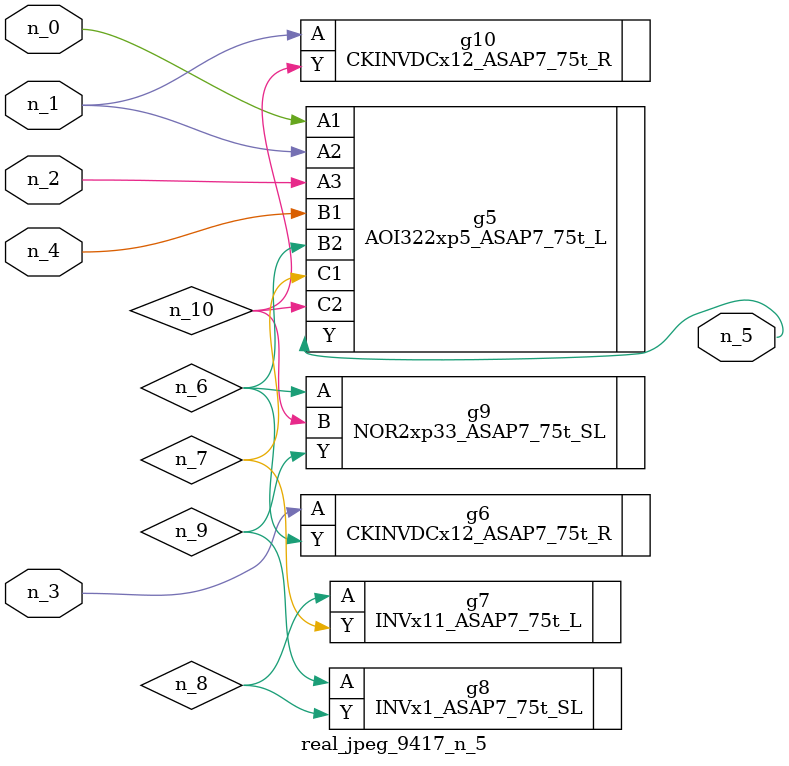
<source format=v>
module real_jpeg_9417_n_5 (n_4, n_0, n_1, n_2, n_3, n_5);

input n_4;
input n_0;
input n_1;
input n_2;
input n_3;

output n_5;

wire n_8;
wire n_6;
wire n_7;
wire n_10;
wire n_9;

AOI322xp5_ASAP7_75t_L g5 ( 
.A1(n_0),
.A2(n_1),
.A3(n_2),
.B1(n_4),
.B2(n_6),
.C1(n_7),
.C2(n_10),
.Y(n_5)
);

CKINVDCx12_ASAP7_75t_R g10 ( 
.A(n_1),
.Y(n_10)
);

CKINVDCx12_ASAP7_75t_R g6 ( 
.A(n_3),
.Y(n_6)
);

NOR2xp33_ASAP7_75t_SL g9 ( 
.A(n_6),
.B(n_10),
.Y(n_9)
);

INVx11_ASAP7_75t_L g7 ( 
.A(n_8),
.Y(n_7)
);

INVx1_ASAP7_75t_SL g8 ( 
.A(n_9),
.Y(n_8)
);


endmodule
</source>
